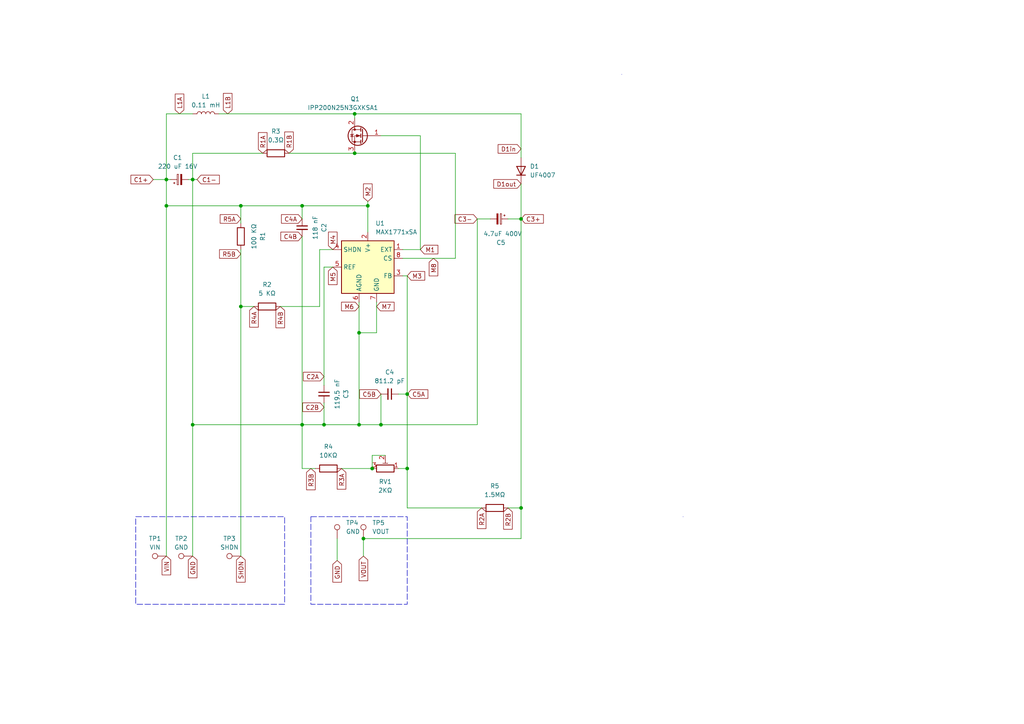
<source format=kicad_sch>
(kicad_sch (version 20231120) (generator "eeschema") (generator_version "8.0")
  (paper "A4")
  (lib_symbols
    (symbol "Connector:TestPoint" (pin_numbers hide) (pin_names (offset 0.762) hide)
      (property "Reference" "TP" (at 0 6.858 0))
      (property "Value" "TestPoint" (at 0 5.08 0))
      (symbol "TestPoint_0_1"
        (circle (center 0 3.302) (radius 0.762))
      )
      (symbol "TestPoint_1_1"
        (pin passive line (at 0 0 90) (length 2.54) (name "1") (number "1"))
      )
    )
    (symbol "Device:C_Polarized_Small" (pin_numbers hide) (pin_names (offset 0.254) hide)
      (property "Reference" "C" (at 0.254 1.778 0))
      (property "Value" "C_Polarized_Small" (at 0.254 -2.032 0))
      (symbol "C_Polarized_Small_0_1"
        (rectangle (start -1.524 -0.3048) (end 1.524 -0.6858) (fill (type outline)))
        (rectangle (start -1.524 0.6858) (end 1.524 0.3048))
        (polyline (pts (xy -1.27 1.524) (xy -0.762 1.524)))
        (polyline (pts (xy -1.016 1.27) (xy -1.016 1.778)))
      )
      (symbol "C_Polarized_Small_1_1"
        (pin passive line (at 0 2.54 270) (length 1.8542) (name "~") (number "1"))
        (pin passive line (at 0 -2.54 90) (length 1.8542) (name "~") (number "2"))
      )
    )
    (symbol "Device:C_Small" (pin_numbers hide) (pin_names (offset 0.254) hide)
      (property "Reference" "C" (at 0.254 1.778 0))
      (property "Value" "C_Small" (at 0.254 -2.032 0))
      (symbol "C_Small_0_1"
        (polyline (pts (xy -1.524 -0.508) (xy 1.524 -0.508)) (stroke (width 0.3302)))
        (polyline (pts (xy -1.524 0.508) (xy 1.524 0.508)) (stroke (width 0.3048)))
      )
      (symbol "C_Small_1_1"
        (pin passive line (at 0 2.54 270) (length 2.032) (name "~") (number "1"))
        (pin passive line (at 0 -2.54 90) (length 2.032) (name "~") (number "2"))
      )
    )
    (symbol "Device:L" (pin_numbers hide) (pin_names (offset 1.016) hide)
      (property "Reference" "L" (at -1.27 0 90))
      (property "Value" "L" (at 1.905 0 90))
      (symbol "L_0_1"
        (arc (start 0 -2.54) (mid 0.6323 -1.905) (end 0 -1.27))
        (arc (start 0 -1.27) (mid 0.6323 -0.635) (end 0 0))
        (arc (start 0 0) (mid 0.6323 0.635) (end 0 1.27))
        (arc (start 0 1.27) (mid 0.6323 1.905) (end 0 2.54))
      )
      (symbol "L_1_1"
        (pin passive line (at 0 3.81 270) (length 1.27) (name "1") (number "1"))
        (pin passive line (at 0 -3.81 90) (length 1.27) (name "2") (number "2"))
      )
    )
    (symbol "Device:R" (pin_numbers hide) (pin_names (offset 0))
      (property "Reference" "R" (at 2.032 0 90))
      (property "Value" "R" (at 0 0 90))
      (symbol "R_0_1"
        (rectangle (start -1.016 -2.54) (end 1.016 2.54) (stroke (width 0.254)))
      )
      (symbol "R_1_1"
        (pin passive line (at 0 3.81 270) (length 1.27) (name "~") (number "1"))
        (pin passive line (at 0 -3.81 90) (length 1.27) (name "~") (number "2"))
      )
    )
    (symbol "Device:R_Potentiometer_Trim" (pin_names (offset 1.016) hide)
      (property "Reference" "RV" (at -4.445 0 90))
      (property "Value" "R_Potentiometer_Trim" (at -2.54 0 90))
      (symbol "R_Potentiometer_Trim_0_1"
        (polyline (pts (xy 1.524 0.762) (xy 1.524 -0.762)))
        (polyline (pts (xy 2.54 0) (xy 1.524 0)))
        (rectangle (start 1.016 2.54) (end -1.016 -2.54) (stroke (width 0.254)))
      )
      (symbol "R_Potentiometer_Trim_1_1"
        (pin passive line (at 0 3.81 270) (length 1.27) (name "1") (number "1"))
        (pin passive line (at 3.81 0 180) (length 1.27) (name "2") (number "2"))
        (pin passive line (at 0 -3.81 90) (length 1.27) (name "3") (number "3"))
      )
    )
    (symbol "Diode:1N4007" (pin_numbers hide) (pin_names hide)
      (property "Reference" "D" (at 0 2.54 0))
      (property "Value" "1N4007" (at 0 -2.54 0))
      (symbol "1N4007_0_1"
        (polyline (pts (xy -1.27 1.27) (xy -1.27 -1.27)) (stroke (width 0.254)))
        (polyline (pts (xy 1.27 0) (xy -1.27 0)))
        (polyline (pts (xy 1.27 1.27) (xy 1.27 -1.27) (xy -1.27 0) (xy 1.27 1.27)) (stroke (width 0.254)))
      )
      (symbol "1N4007_1_1"
        (pin passive line (at -3.81 0 0) (length 2.54) (name "K") (number "1"))
        (pin passive line (at 3.81 0 180) (length 2.54) (name "A") (number "2"))
      )
    )
    (symbol "Regulator_Switching:MAX1771xSA"
      (property "Reference" "U" (at -3.81 10.16 0))
      (property "Value" "MAX1771xSA" (at 6.35 10.16 0))
      (symbol "MAX1771xSA_0_1"
        (rectangle (start -7.62 7.62) (end 7.62 -7.62) (stroke (width 0.254)) (fill (type background)))
      )
      (symbol "MAX1771xSA_1_1"
        (pin output line (at 10.16 5.08 180) (length 2.54) (name "EXT") (number "1"))
        (pin power_in line (at 0 10.16 270) (length 2.54) (name "V+") (number "2"))
        (pin input line (at 10.16 -2.54 180) (length 2.54) (name "FB") (number "3"))
        (pin input line (at -10.16 5.08 0) (length 2.54) (name "SHDN") (number "4"))
        (pin passive line (at -10.16 0 0) (length 2.54) (name "REF") (number "5"))
        (pin power_in line (at -2.54 -10.16 90) (length 2.54) (name "AGND") (number "6"))
        (pin power_in line (at 2.54 -10.16 90) (length 2.54) (name "GND") (number "7"))
        (pin input line (at 10.16 2.54 180) (length 2.54) (name "CS") (number "8"))
      )
    )
    (symbol "Transistor_FET:IPP060N06N" (pin_names hide)
      (property "Reference" "Q" (at 5.08 1.905 0))
      (property "Value" "IPP060N06N" (at 5.08 0 0))
      (symbol "IPP060N06N_0_1"
        (polyline (pts (xy 0.254 0) (xy -2.54 0)))
        (polyline (pts (xy 0.254 1.905) (xy 0.254 -1.905)) (stroke (width 0.254)))
        (polyline (pts (xy 0.762 -1.27) (xy 0.762 -2.286)) (stroke (width 0.254)))
        (polyline (pts (xy 0.762 0.508) (xy 0.762 -0.508)) (stroke (width 0.254)))
        (polyline (pts (xy 0.762 2.286) (xy 0.762 1.27)) (stroke (width 0.254)))
        (polyline (pts (xy 2.54 2.54) (xy 2.54 1.778)))
        (polyline (pts (xy 2.54 -2.54) (xy 2.54 0) (xy 0.762 0)))
        (polyline (pts (xy 0.762 -1.778) (xy 3.302 -1.778) (xy 3.302 1.778) (xy 0.762 1.778)))
        (polyline (pts (xy 1.016 0) (xy 2.032 0.381) (xy 2.032 -0.381) (xy 1.016 0)) (fill (type outline)))
        (polyline (pts (xy 2.794 0.508) (xy 2.921 0.381) (xy 3.683 0.381) (xy 3.81 0.254)))
        (polyline (pts (xy 3.302 0.381) (xy 2.921 -0.254) (xy 3.683 -0.254) (xy 3.302 0.381)))
        (circle (center 1.651 0) (radius 2.794) (stroke (width 0.254)))
        (circle (center 2.54 -1.778) (radius 0.254) (fill (type outline)))
        (circle (center 2.54 1.778) (radius 0.254) (fill (type outline)))
      )
      (symbol "IPP060N06N_1_1"
        (pin input line (at -5.08 0 0) (length 2.54) (name "G") (number "1"))
        (pin passive line (at 2.54 5.08 270) (length 2.54) (name "D") (number "2"))
        (pin passive line (at 2.54 -5.08 90) (length 2.54) (name "S") (number "3"))
      )
    )
  )
  (junction (at 105.41 156.21))
  (junction (at 55.88 123.19))
  (junction (at 87.63 59.69))
  (junction (at 48.26 52.07))
  (junction (at 118.11 114.3))
  (junction (at 69.85 88.9))
  (junction (at 104.14 123.19))
  (junction (at 107.95 135.89))
  (junction (at 48.26 59.69))
  (junction (at 93.98 123.19))
  (junction (at 69.85 59.69))
  (junction (at 110.49 123.19))
  (junction (at 104.14 96.52))
  (junction (at 102.87 33.02))
  (junction (at 102.87 44.45))
  (junction (at 118.11 135.89))
  (junction (at 151.13 147.32))
  (junction (at 55.88 52.07))
  (junction (at 106.68 59.69))
  (junction (at 151.13 63.5))
  (junction (at 87.63 123.19))
  (wire (pts (xy 118.11 147.32) (xy 139.7 147.32)))
  (wire (pts (xy 106.68 59.69) (xy 106.68 67.31)))
  (wire (pts (xy 87.63 59.69) (xy 87.63 63.5)))
  (wire (pts (xy 69.85 59.69) (xy 69.85 64.77)))
  (wire (pts (xy 92.71 72.39) (xy 96.52 72.39)))
  (wire (pts (xy 83.82 44.45) (xy 102.87 44.45)))
  (wire (pts (xy 109.22 87.63) (xy 109.22 96.52)))
  (wire (pts (xy 93.98 77.47) (xy 93.98 111.76)))
  (wire (pts (xy 87.63 68.58) (xy 87.63 123.19)))
  (wire (pts (xy 49.53 52.07) (xy 48.26 52.07)))
  (wire (pts (xy 104.14 87.63) (xy 104.14 96.52)))
  (wire (pts (xy 55.88 52.07) (xy 54.61 52.07)))
  (wire (pts (xy 69.85 72.39) (xy 69.85 88.9)))
  (wire (pts (xy 110.49 114.3) (xy 110.49 123.19)))
  (wire (pts (xy 118.11 114.3) (xy 115.57 114.3)))
  (wire (pts (xy 48.26 59.69) (xy 48.26 161.29)))
  (wire (pts (xy 55.88 44.45) (xy 76.2 44.45)))
  (wire (pts (xy 87.63 123.19) (xy 87.63 135.89)))
  (wire (pts (xy 44.45 52.07) (xy 48.26 52.07)))
  (wire (pts (xy 63.5 33.02) (xy 102.87 33.02)))
  (wire (pts (xy 110.49 123.19) (xy 138.43 123.19)))
  (wire (pts (xy 147.32 147.32) (xy 151.13 147.32)))
  (wire (pts (xy 99.06 135.89) (xy 107.95 135.89)))
  (wire (pts (xy 48.26 33.02) (xy 48.26 52.07)))
  (wire (pts (xy 48.26 33.02) (xy 55.88 33.02)))
  (wire (pts (xy 69.85 88.9) (xy 69.85 161.29)))
  (wire (pts (xy 138.43 63.5) (xy 142.24 63.5)))
  (wire (pts (xy 48.26 52.07) (xy 48.26 59.69)))
  (wire (pts (xy 48.26 59.69) (xy 69.85 59.69)))
  (wire (pts (xy 104.14 123.19) (xy 104.14 96.52)))
  (wire (pts (xy 69.85 88.9) (xy 73.66 88.9)))
  (wire (pts (xy 87.63 135.89) (xy 91.44 135.89)))
  (wire (pts (xy 147.32 63.5) (xy 151.13 63.5)))
  (wire (pts (xy 93.98 123.19) (xy 104.14 123.19)))
  (wire (pts (xy 55.88 123.19) (xy 87.63 123.19)))
  (wire (pts (xy 138.43 63.5) (xy 138.43 123.19)))
  (wire (pts (xy 55.88 52.07) (xy 55.88 123.19)))
  (wire (pts (xy 151.13 53.34) (xy 151.13 63.5)))
  (wire (pts (xy 92.71 72.39) (xy 92.71 88.9)))
  (wire (pts (xy 87.63 59.69) (xy 106.68 59.69)))
  (wire (pts (xy 93.98 77.47) (xy 96.52 77.47)))
  (wire (pts (xy 151.13 147.32) (xy 151.13 156.21)))
  (wire (pts (xy 116.84 74.93) (xy 132.08 74.93)))
  (wire (pts (xy 105.41 156.21) (xy 151.13 156.21)))
  (wire (pts (xy 55.88 44.45) (xy 55.88 52.07)))
  (wire (pts (xy 81.28 88.9) (xy 92.71 88.9)))
  (wire (pts (xy 151.13 63.5) (xy 151.13 147.32)))
  (wire (pts (xy 116.84 72.39) (xy 121.92 72.39)))
  (wire (pts (xy 104.14 96.52) (xy 109.22 96.52)))
  (wire (pts (xy 97.79 156.21) (xy 97.79 162.56)))
  (wire (pts (xy 55.88 52.07) (xy 57.15 52.07)))
  (wire (pts (xy 110.49 39.37) (xy 121.92 39.37)))
  (wire (pts (xy 69.85 59.69) (xy 87.63 59.69)))
  (wire (pts (xy 118.11 114.3) (xy 118.11 135.89)))
  (wire (pts (xy 118.11 135.89) (xy 118.11 147.32)))
  (wire (pts (xy 118.11 80.01) (xy 118.11 114.3)))
  (wire (pts (xy 55.88 123.19) (xy 55.88 161.29)))
  (wire (pts (xy 116.84 80.01) (xy 118.11 80.01)))
  (wire (pts (xy 105.41 156.21) (xy 105.41 161.29)))
  (wire (pts (xy 102.87 34.29) (xy 102.87 33.02)))
  (wire (pts (xy 151.13 33.02) (xy 151.13 45.72)))
  (wire (pts (xy 93.98 116.84) (xy 93.98 123.19)))
  (wire (pts (xy 102.87 33.02) (xy 151.13 33.02)))
  (wire (pts (xy 104.14 123.19) (xy 110.49 123.19)))
  (wire (pts (xy 111.76 132.08) (xy 107.95 132.08)))
  (wire (pts (xy 115.57 135.89) (xy 118.11 135.89)))
  (wire (pts (xy 102.87 44.45) (xy 132.08 44.45)))
  (wire (pts (xy 106.68 58.42) (xy 106.68 59.69)))
  (wire (pts (xy 121.92 39.37) (xy 121.92 72.39)))
  (wire (pts (xy 107.95 132.08) (xy 107.95 135.89)))
  (wire (pts (xy 87.63 123.19) (xy 93.98 123.19)))
  (wire (pts (xy 132.08 44.45) (xy 132.08 74.93)))
  (rectangle (start 198.12 149.86) (end 198.12 149.86))
  (rectangle (start 180.34 21.59) (end 180.34 21.59))
  (rectangle (start 90.17 149.86) (end 118.11 175.26) (stroke (width 0) (type dash)))
  (rectangle (start 39.37 149.86) (end 82.55 175.26) (stroke (width 0) (type dash)))
  (global_label "M5" (shape input) (at 96.52 77.47 270) (property "Intersheetrefs" "${INTERSHEET_REFS}" (effects (hide yes))))
  (global_label "C3-" (shape input) (at 138.43 63.5 180) (property "Intersheetrefs" "${INTERSHEET_REFS}" (effects (hide yes))))
  (global_label "SHDN" (shape input) (at 69.85 161.29 270) (property "Intersheetrefs" "${INTERSHEET_REFS}" (effects (hide yes))))
  (global_label "C5B" (shape input) (at 110.49 114.3 180) (property "Intersheetrefs" "${INTERSHEET_REFS}" (effects (hide yes))))
  (global_label "R4A" (shape input) (at 73.66 88.9 270) (property "Intersheetrefs" "${INTERSHEET_REFS}" (effects (hide yes))))
  (global_label "L1A" (shape input) (at 52.07 33.02 90) (property "Intersheetrefs" "${INTERSHEET_REFS}" (effects (hide yes))))
  (global_label "M6" (shape input) (at 104.14 88.9 180) (property "Intersheetrefs" "${INTERSHEET_REFS}" (effects (hide yes))))
  (global_label "VOUT" (shape input) (at 105.41 161.29 270) (property "Intersheetrefs" "${INTERSHEET_REFS}" (effects (hide yes))))
  (global_label "C1+" (shape input) (at 44.45 52.07 180) (property "Intersheetrefs" "${INTERSHEET_REFS}" (effects (hide yes))))
  (global_label "M7" (shape input) (at 109.22 88.9 0) (property "Intersheetrefs" "${INTERSHEET_REFS}" (effects (hide yes))))
  (global_label "D1in" (shape input) (at 151.13 43.18 180) (property "Intersheetrefs" "${INTERSHEET_REFS}" (effects (hide yes))))
  (global_label "R2A" (shape input) (at 139.7 147.32 270) (property "Intersheetrefs" "${INTERSHEET_REFS}" (effects (hide yes))))
  (global_label "R5B" (shape input) (at 69.85 73.66 180) (property "Intersheetrefs" "${INTERSHEET_REFS}" (effects (hide yes))))
  (global_label "M2" (shape input) (at 106.68 58.42 90) (property "Intersheetrefs" "${INTERSHEET_REFS}" (effects (hide yes))))
  (global_label "M1" (shape input) (at 121.92 72.39 0) (property "Intersheetrefs" "${INTERSHEET_REFS}" (effects (hide yes))))
  (global_label "GND" (shape input) (at 97.79 162.56 270) (property "Intersheetrefs" "${INTERSHEET_REFS}" (effects (hide yes))))
  (global_label "R4B" (shape input) (at 81.28 88.9 270) (property "Intersheetrefs" "${INTERSHEET_REFS}" (effects (hide yes))))
  (global_label "M8" (shape input) (at 125.73 74.93 270) (property "Intersheetrefs" "${INTERSHEET_REFS}" (effects (hide yes))))
  (global_label "C5A" (shape input) (at 118.11 114.3 0) (property "Intersheetrefs" "${INTERSHEET_REFS}" (effects (hide yes))))
  (global_label "C4B" (shape input) (at 87.63 68.58 180) (property "Intersheetrefs" "${INTERSHEET_REFS}" (effects (hide yes))))
  (global_label "R2B" (shape input) (at 147.32 147.32 270) (property "Intersheetrefs" "${INTERSHEET_REFS}" (effects (hide yes))))
  (global_label "R1B" (shape input) (at 83.82 44.45 90) (property "Intersheetrefs" "${INTERSHEET_REFS}" (effects (hide yes))))
  (global_label "D1out" (shape input) (at 151.13 53.34 180) (property "Intersheetrefs" "${INTERSHEET_REFS}" (effects (hide yes))))
  (global_label "L1B" (shape input) (at 66.04 33.02 90) (property "Intersheetrefs" "${INTERSHEET_REFS}" (effects (hide yes))))
  (global_label "C3+" (shape input) (at 151.13 63.5 0) (property "Intersheetrefs" "${INTERSHEET_REFS}" (effects (hide yes))))
  (global_label "C4A" (shape input) (at 87.63 63.5 180) (property "Intersheetrefs" "${INTERSHEET_REFS}" (effects (hide yes))))
  (global_label "VIN" (shape input) (at 48.26 161.29 270) (property "Intersheetrefs" "${INTERSHEET_REFS}" (effects (hide yes))))
  (global_label "C2A" (shape input) (at 93.98 109.22 180) (property "Intersheetrefs" "${INTERSHEET_REFS}" (effects (hide yes))))
  (global_label "M3" (shape input) (at 118.11 80.01 0) (property "Intersheetrefs" "${INTERSHEET_REFS}" (effects (hide yes))))
  (global_label "R1A" (shape input) (at 76.2 44.45 90) (property "Intersheetrefs" "${INTERSHEET_REFS}" (effects (hide yes))))
  (global_label "C2B" (shape input) (at 93.98 118.11 180) (property "Intersheetrefs" "${INTERSHEET_REFS}" (effects (hide yes))))
  (global_label "M4" (shape input) (at 96.52 72.39 90) (property "Intersheetrefs" "${INTERSHEET_REFS}" (effects (hide yes))))
  (global_label "R3B" (shape input) (at 90.17 135.89 270) (property "Intersheetrefs" "${INTERSHEET_REFS}" (effects (hide yes))))
  (global_label "R3A" (shape input) (at 99.06 135.89 270) (property "Intersheetrefs" "${INTERSHEET_REFS}" (effects (hide yes))))
  (global_label "GND" (shape input) (at 55.88 161.29 270) (property "Intersheetrefs" "${INTERSHEET_REFS}" (effects (hide yes))))
  (global_label "R5A" (shape input) (at 69.85 63.5 180) (property "Intersheetrefs" "${INTERSHEET_REFS}" (effects (hide yes))))
  (global_label "C1-" (shape input) (at 57.15 52.07 0) (property "Intersheetrefs" "${INTERSHEET_REFS}" (effects (hide yes))))
  (symbol (lib_id "Device:C_Polarized_Small") (at 144.78 63.5 270) (unit 1)
    (property "Reference" "C5" (at 145.288 70.358 90))
    (property "Value" "4.7uF 400V" (at 145.796 67.818 90))
    (property "Footprint" "Capacitor_SMD:CP_Elec_6.3x9.9" (effects (hide yes)))
    (property "Description" "Polarized capacitor, small symbol" (effects (hide yes)))
  )
  (symbol (lib_id "Device:R") (at 143.51 147.32 270) (unit 1)
    (property "Reference" "R5" (at 143.51 140.97 90))
    (property "Value" "1.5MΩ" (at 143.51 143.51 90))
    (property "Footprint" "R_0201_0603Metric_Pad0.64x0.40mm_HandSolder" (effects (hide yes)))
    (property "Description" "Resistor" (effects (hide yes)))
  )
  (symbol (lib_id "Device:R") (at 69.85 68.58 180) (unit 1)
    (property "Reference" "R1" (at 76.2 68.58 90))
    (property "Value" "100 KΩ" (at 73.66 68.58 90))
    (property "Footprint" "R_0201_0603Metric_Pad0.64x0.40mm_HandSolder" (effects (hide yes)))
    (property "Description" "Resistor" (effects (hide yes)))
  )
  (symbol (lib_id "Connector:TestPoint") (at 97.79 156.21 0) (unit 1)
    (property "Reference" "TP4" (at 100.33 151.6379 0) (effects (justify left)))
    (property "Value" "GND" (at 100.33 154.1779 0) (effects (justify left)))
    (property "Footprint" "Connector_PinHeader_2.54mm:PinHeader_1x01_P2.54mm_Vertical" (effects (hide yes)))
    (property "Description" "test point" (effects (hide yes)))
  )
  (symbol (lib_id "Device:C_Small") (at 93.98 114.3 0) (unit 1)
    (property "Reference" "C3" (at 100.33 114.3063 90))
    (property "Value" "119.5 nF" (at 97.79 114.3063 90))
    (property "Footprint" "Capacitor_THT:C_Rect_L10.0mm_W2.5mm_P7.50mm_MKS4" (effects (hide yes)))
    (property "Description" "Unpolarized capacitor, small symbol" (effects (hide yes)))
  )
  (symbol (lib_id "Device:R") (at 77.47 88.9 270) (unit 1)
    (property "Reference" "R2" (at 77.47 82.55 90))
    (property "Value" "5 KΩ" (at 77.47 85.09 90))
    (property "Footprint" "R_0201_0603Metric_Pad0.64x0.40mm_HandSolder" (effects (hide yes)))
    (property "Description" "Resistor" (effects (hide yes)))
  )
  (symbol (lib_id "Transistor_FET:IPP060N06N") (at 105.41 39.37 0) (mirror y) (unit 1)
    (property "Reference" "Q1" (at 104.394 28.702 0) (effects (justify left)))
    (property "Value" "IPP200N25N3GXKSA1" (at 109.728 31.242 0) (effects (justify left)))
    (property "Footprint" "Package_TO_SOT_THT:TO-220-3_Horizontal_TabDown" (effects (hide yes)))
    (property "Datasheet" "https://www.infineon.com/dgdl/Infineon-IPP060N06N-DS-v02_02-en.pdf?fileId=db3a30433727a44301372c06d9d7498a" (effects (hide yes)))
    (property "Description" "45A Id, 60V Vds, Single N-Channel Power MOSFET, 6mOhm Ron, TO-220" (effects (hide yes)))
  )
  (symbol (lib_id "Connector:TestPoint") (at 105.41 156.21 0) (unit 1)
    (property "Reference" "TP5" (at 107.95 151.6379 0) (effects (justify left)))
    (property "Value" "VOUT" (at 107.95 154.1779 0) (effects (justify left)))
    (property "Footprint" "Connector_PinHeader_2.54mm:PinHeader_1x01_P2.54mm_Vertical" (effects (hide yes)))
    (property "Description" "test point" (effects (hide yes)))
  )
  (symbol (lib_id "Device:C_Small") (at 87.63 66.04 0) (unit 1)
    (property "Reference" "C2" (at 93.98 66.0463 90))
    (property "Value" "118 nF" (at 91.44 66.0463 90))
    (property "Footprint" "Capacitor_THT:C_Rect_L10.0mm_W2.5mm_P7.50mm_MKS4" (effects (hide yes)))
    (property "Description" "Unpolarized capacitor, small symbol" (effects (hide yes)))
  )
  (symbol (lib_id "Connector:TestPoint") (at 69.85 161.29 90) (unit 1)
    (property "Reference" "TP3" (at 66.548 156.21 90))
    (property "Value" "SHDN" (at 66.548 158.75 90))
    (property "Footprint" "Connector_PinHeader_2.54mm:PinHeader_1x01_P2.54mm_Vertical" (effects (hide yes)))
    (property "Description" "test point" (effects (hide yes)))
  )
  (symbol (lib_id "Device:L") (at 59.69 33.02 90) (unit 1)
    (property "Reference" "L1" (at 59.69 27.94 90))
    (property "Value" "0.11 mH" (at 59.69 30.48 90))
    (property "Footprint" "Inductor_THT:L_Radial_D7.8mm_P5.00mm_Fastron_07HCP" (effects (hide yes)))
    (property "Description" "Inductor" (effects (hide yes)))
  )
  (symbol (lib_id "Device:R") (at 95.25 135.89 270) (unit 1)
    (property "Reference" "R4" (at 95.25 129.54 90))
    (property "Value" "10KΩ" (at 95.25 132.08 90))
    (property "Footprint" "R_0201_0603Metric_Pad0.64x0.40mm_HandSolder" (effects (hide yes)))
    (property "Description" "Resistor" (effects (hide yes)))
  )
  (symbol (lib_id "Connector:TestPoint") (at 55.88 161.29 90) (unit 1)
    (property "Reference" "TP2" (at 52.578 156.21 90))
    (property "Value" "GND" (at 52.578 158.75 90))
    (property "Footprint" "Connector_PinHeader_2.54mm:PinHeader_1x01_P2.54mm_Vertical" (effects (hide yes)))
    (property "Description" "test point" (effects (hide yes)))
  )
  (symbol (lib_id "Device:C_Polarized_Small") (at 52.07 52.07 90) (unit 1)
    (property "Reference" "C1" (at 51.5239 45.72 90))
    (property "Value" "220 uF 16V" (at 51.5239 48.26 90))
    (property "Footprint" "Capacitor_SMD:CP_Elec_6.3x9.9" (effects (hide yes)))
    (property "Description" "Polarized capacitor, small symbol" (effects (hide yes)))
  )
  (symbol (lib_id "Regulator_Switching:MAX1771xSA") (at 106.68 77.47 0) (unit 1)
    (property "Reference" "U1" (at 108.8741 64.77 0) (effects (justify left)))
    (property "Value" "MAX1771xSA" (at 108.8741 67.31 0) (effects (justify left)))
    (property "Footprint" "Package_SO:SO-8_3.9x4.9mm_P1.27mm" (effects (hide yes)))
    (property "Datasheet" "https://datasheets.maximintegrated.com/en/ds/MAX1771.pdf" (effects (hide yes)))
    (property "Description" "12V or Adjustable, High-Efficiency, Low IQ, Step-Up DC-DC Controller, SO-8" (effects (hide yes)))
  )
  (symbol (lib_id "Device:R") (at 80.01 44.45 270) (unit 1)
    (property "Reference" "R3" (at 80.01 38.1 90))
    (property "Value" "0.3Ω" (at 80.01 40.64 90))
    (property "Footprint" "Resistor_SMD:R_0201_0603Metric_Pad0.64x0.40mm_HandSolder" (effects (hide yes)))
    (property "Description" "Resistor" (effects (hide yes)))
  )
  (symbol (lib_id "Device:C_Small") (at 113.03 114.3 270) (mirror x) (unit 1)
    (property "Reference" "C4" (at 113.0237 107.95 90))
    (property "Value" "811.2 pF" (at 113.0237 110.49 90))
    (property "Footprint" "Capacitor_THT:C_Rect_L10.0mm_W2.5mm_P7.50mm_MKS4" (effects (hide yes)))
    (property "Description" "Unpolarized capacitor, small symbol" (effects (hide yes)))
  )
  (symbol (lib_id "Connector:TestPoint") (at 48.26 161.29 90) (unit 1)
    (property "Reference" "TP1" (at 44.958 156.21 90))
    (property "Value" "VIN" (at 44.958 158.75 90))
    (property "Footprint" "Connector_PinHeader_2.54mm:PinHeader_1x01_P2.54mm_Vertical" (effects (hide yes)))
    (property "Description" "test point" (effects (hide yes)))
  )
  (symbol (lib_id "Device:R_Potentiometer_Trim") (at 111.76 135.89 270) (mirror x) (unit 1)
    (property "Reference" "RV1" (at 111.76 139.7 90))
    (property "Value" "2KΩ" (at 111.76 142.24 90))
    (property "Footprint" "PCM_Potentiometer_THT_AKL:Potentiometer_Piher_PT-6-V_Vertical_Hole" (effects (hide yes)))
    (property "Description" "Trim-potentiometer" (effects (hide yes)))
  )
  (symbol (lib_id "Diode:1N4007") (at 151.13 49.53 90) (unit 1)
    (property "Reference" "D1" (at 153.67 48.2599 90) (effects (justify right)))
    (property "Value" "UF4007" (at 153.67 50.7999 90) (effects (justify right)))
    (property "Footprint" "Diode_THT:D_DO-41_SOD81_P10.16mm_Horizontal" (effects (hide yes)))
    (property "Datasheet" "http://www.vishay.com/docs/88503/1n4001.pdf" (effects (hide yes)))
    (property "Description" "1000V 1A General Purpose Rectifier Diode, DO-41" (effects (hide yes)))
    (property "Sim.Device" "D" (effects (hide yes)))
    (property "Sim.Pins" "1=K 2=A" (effects (hide yes)))
  )
)
</source>
